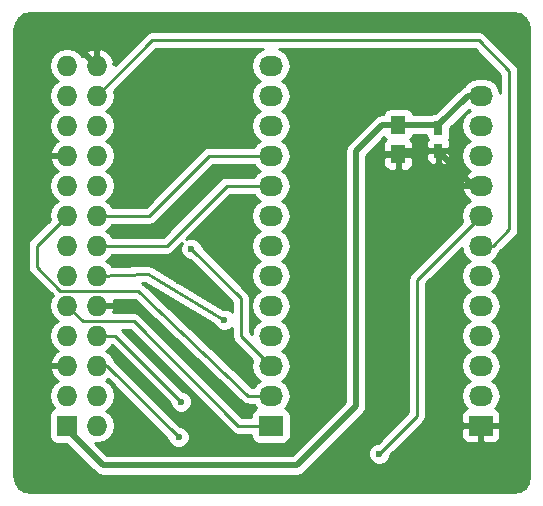
<source format=gbl>
G04 #@! TF.FileFunction,Copper,L2,Bot,Signal*
%FSLAX46Y46*%
G04 Gerber Fmt 4.6, Leading zero omitted, Abs format (unit mm)*
G04 Created by KiCad (PCBNEW 4.0.1-stable) date Mon 21 Dec 2015 12:25:30 PM CST*
%MOMM*%
G01*
G04 APERTURE LIST*
%ADD10C,0.100000*%
%ADD11R,1.250000X1.500000*%
%ADD12R,0.750000X1.200000*%
%ADD13R,1.727200X1.727200*%
%ADD14O,1.727200X1.727200*%
%ADD15R,2.032000X1.727200*%
%ADD16O,2.032000X1.727200*%
%ADD17C,0.600000*%
%ADD18C,0.500000*%
%ADD19C,0.250000*%
%ADD20C,0.254000*%
G04 APERTURE END LIST*
D10*
D11*
X133200000Y-110150000D03*
X133200000Y-112650000D03*
D12*
X136600000Y-110450000D03*
X136600000Y-112350000D03*
D13*
X105156000Y-135636000D03*
D14*
X107696000Y-135636000D03*
X105156000Y-133096000D03*
X107696000Y-133096000D03*
X105156000Y-130556000D03*
X107696000Y-130556000D03*
X105156000Y-128016000D03*
X107696000Y-128016000D03*
X105156000Y-125476000D03*
X107696000Y-125476000D03*
X105156000Y-122936000D03*
X107696000Y-122936000D03*
X105156000Y-120396000D03*
X107696000Y-120396000D03*
X105156000Y-117856000D03*
X107696000Y-117856000D03*
X105156000Y-115316000D03*
X107696000Y-115316000D03*
X105156000Y-112776000D03*
X107696000Y-112776000D03*
X105156000Y-110236000D03*
X107696000Y-110236000D03*
X105156000Y-107696000D03*
X107696000Y-107696000D03*
X105156000Y-105156000D03*
X107696000Y-105156000D03*
D15*
X122428000Y-135636000D03*
D16*
X122428000Y-133096000D03*
X122428000Y-130556000D03*
X122428000Y-128016000D03*
X122428000Y-125476000D03*
X122428000Y-122936000D03*
X122428000Y-120396000D03*
X122428000Y-117856000D03*
X122428000Y-115316000D03*
X122428000Y-112776000D03*
X122428000Y-110236000D03*
X122428000Y-107696000D03*
X122428000Y-105156000D03*
D15*
X140208000Y-135636000D03*
D16*
X140208000Y-133096000D03*
X140208000Y-130556000D03*
X140208000Y-128016000D03*
X140208000Y-125476000D03*
X140208000Y-122936000D03*
X140208000Y-120396000D03*
X140208000Y-117856000D03*
X140208000Y-115316000D03*
X140208000Y-112776000D03*
X140208000Y-110236000D03*
X140208000Y-107696000D03*
D17*
X132400000Y-129400000D03*
X136600000Y-129400000D03*
X135950000Y-137750000D03*
X136600000Y-123200000D03*
X110200000Y-115200000D03*
X118800000Y-125400000D03*
X114400000Y-125600000D03*
X118830000Y-129620000D03*
X114600000Y-123400000D03*
X126600000Y-109600000D03*
X126600000Y-116200000D03*
X115600000Y-116280000D03*
X112522000Y-119126000D03*
X119500000Y-121700000D03*
X119500000Y-118800000D03*
X126610000Y-125430000D03*
X126610000Y-122030000D03*
X126640000Y-125430000D03*
X126610000Y-130990000D03*
X126640000Y-131060000D03*
X125310000Y-136090000D03*
X133120000Y-119020000D03*
X112130000Y-136820000D03*
X112100000Y-112500000D03*
X115560000Y-109690000D03*
X116010000Y-130300000D03*
X103250000Y-118260000D03*
X131100000Y-112925000D03*
X114600000Y-136600000D03*
X131600000Y-138000000D03*
X114800000Y-133600000D03*
X118475000Y-126675000D03*
X115700000Y-120675000D03*
D18*
X136600000Y-110450000D02*
X136600000Y-110200000D01*
X136600000Y-110200000D02*
X139104000Y-107696000D01*
X139104000Y-107696000D02*
X140208000Y-107696000D01*
X133200000Y-110150000D02*
X136300000Y-110150000D01*
X136300000Y-110150000D02*
X136600000Y-110450000D01*
X105156000Y-135636000D02*
X105156000Y-135956000D01*
X105156000Y-135956000D02*
X108200000Y-139000000D01*
X108200000Y-139000000D02*
X124600000Y-139000000D01*
X124600000Y-139000000D02*
X129600000Y-134000000D01*
X129600000Y-134000000D02*
X129600000Y-112400000D01*
X129600000Y-112400000D02*
X131850000Y-110150000D01*
X131850000Y-110150000D02*
X133200000Y-110150000D01*
X133120000Y-119020000D02*
X133120000Y-128680000D01*
X133120000Y-128680000D02*
X132400000Y-129400000D01*
X136600000Y-123200000D02*
X136600000Y-129400000D01*
X136600000Y-137100000D02*
X135950000Y-137750000D01*
X136600000Y-129400000D02*
X136600000Y-137100000D01*
X112100000Y-112500000D02*
X112100000Y-112690000D01*
X112100000Y-112690000D02*
X110200000Y-115200000D01*
X118800000Y-125400000D02*
X118400000Y-125400000D01*
X114400000Y-125760000D02*
X114400000Y-125600000D01*
X118830000Y-129620000D02*
X114400000Y-125760000D01*
X116400000Y-123400000D02*
X114600000Y-123400000D01*
X118400000Y-125400000D02*
X116400000Y-123400000D01*
X126610000Y-116210000D02*
X126600000Y-116200000D01*
X126610000Y-122030000D02*
X126610000Y-116210000D01*
X115600000Y-116280000D02*
X115368000Y-116280000D01*
X115368000Y-116280000D02*
X112522000Y-119126000D01*
X119500000Y-119800000D02*
X119500000Y-121700000D01*
X119500000Y-118800000D02*
X119500000Y-119800000D01*
X126610000Y-122030000D02*
X126610000Y-125430000D01*
X126640000Y-125430000D02*
X126610000Y-125460000D01*
X126610000Y-125460000D02*
X126610000Y-130990000D01*
X126640000Y-131060000D02*
X125310000Y-132390000D01*
X125310000Y-132390000D02*
X125310000Y-136090000D01*
X131100000Y-112925000D02*
X131100000Y-117000000D01*
X131100000Y-117000000D02*
X133120000Y-119020000D01*
X112130000Y-136930000D02*
X112130000Y-136890000D01*
X112130000Y-136890000D02*
X112130000Y-136820000D01*
X112140000Y-112500000D02*
X112100000Y-112500000D01*
X115560000Y-109690000D02*
X112140000Y-112500000D01*
X105156000Y-112776000D02*
X103516000Y-112776000D01*
X103516000Y-112776000D02*
X102910000Y-112170000D01*
X107696000Y-125476000D02*
X111186000Y-125476000D01*
X111186000Y-125476000D02*
X116010000Y-130300000D01*
X103250000Y-118260000D02*
X102910000Y-117920000D01*
X102910000Y-117920000D02*
X102910000Y-112170000D01*
X102910000Y-112170000D02*
X102910000Y-104120000D01*
X102910000Y-104120000D02*
X104050000Y-102980000D01*
X104050000Y-102980000D02*
X105520000Y-102980000D01*
X105520000Y-102980000D02*
X107696000Y-105156000D01*
X131100000Y-112925000D02*
X131375000Y-112650000D01*
X131375000Y-112650000D02*
X133200000Y-112650000D01*
X136600000Y-112350000D02*
X133500000Y-112350000D01*
X133500000Y-112350000D02*
X133200000Y-112650000D01*
X140208000Y-115316000D02*
X139566000Y-115316000D01*
X139566000Y-115316000D02*
X136600000Y-112350000D01*
D19*
X107696000Y-130556000D02*
X108556000Y-130556000D01*
X108556000Y-130556000D02*
X114600000Y-136600000D01*
X131600000Y-138000000D02*
X134800000Y-134800000D01*
X134800000Y-134800000D02*
X134800000Y-123264000D01*
X134800000Y-123264000D02*
X140208000Y-117856000D01*
X107696000Y-128016000D02*
X109216000Y-128016000D01*
X109216000Y-128016000D02*
X114800000Y-133600000D01*
X122428000Y-135636000D02*
X119636000Y-135636000D01*
X106480000Y-126800000D02*
X105156000Y-125476000D01*
X110800000Y-126800000D02*
X106480000Y-126800000D01*
X119636000Y-135636000D02*
X110800000Y-126800000D01*
X112000000Y-122800000D02*
X107696000Y-122936000D01*
X118475000Y-126675000D02*
X112000000Y-122800000D01*
X122428000Y-115316000D02*
X118684000Y-115316000D01*
X113604000Y-120396000D02*
X107696000Y-120396000D01*
X118684000Y-115316000D02*
X113604000Y-120396000D01*
X122428000Y-133096000D02*
X120496000Y-133096000D01*
X102600000Y-120412000D02*
X105156000Y-117856000D01*
X102600000Y-122200000D02*
X102600000Y-120412000D01*
X104600000Y-124200000D02*
X102600000Y-122200000D01*
X111200000Y-124275000D02*
X104600000Y-124200000D01*
X120496000Y-133096000D02*
X111200000Y-124275000D01*
X122428000Y-112776000D02*
X117224000Y-112776000D01*
X112144000Y-117856000D02*
X107696000Y-117856000D01*
X117224000Y-112776000D02*
X112144000Y-117856000D01*
X115700000Y-120675000D02*
X119875000Y-124850000D01*
X119875000Y-124850000D02*
X119875000Y-128003000D01*
X119875000Y-128003000D02*
X122428000Y-130556000D01*
X140208000Y-120396000D02*
X141204000Y-120396000D01*
X141204000Y-120396000D02*
X142600000Y-119000000D01*
X142600000Y-119000000D02*
X142600000Y-105600000D01*
X142600000Y-105600000D02*
X140000000Y-103000000D01*
X140000000Y-103000000D02*
X112392000Y-103000000D01*
X112392000Y-103000000D02*
X107696000Y-107696000D01*
D20*
G36*
X143488338Y-100821046D02*
X143902333Y-101097669D01*
X144178953Y-101511660D01*
X144290000Y-102069931D01*
X144290000Y-139930069D01*
X144178953Y-140488340D01*
X143902333Y-140902331D01*
X143488338Y-141178954D01*
X142930069Y-141290000D01*
X102069931Y-141290000D01*
X101511660Y-141178953D01*
X101097669Y-140902333D01*
X100821046Y-140488338D01*
X100710000Y-139930069D01*
X100710000Y-120412000D01*
X101840000Y-120412000D01*
X101840000Y-122200000D01*
X101897852Y-122490839D01*
X102062599Y-122737401D01*
X103936617Y-124611419D01*
X103742115Y-124902511D01*
X103628041Y-125476000D01*
X103742115Y-126049489D01*
X104066971Y-126535670D01*
X104381752Y-126746000D01*
X104066971Y-126956330D01*
X103742115Y-127442511D01*
X103628041Y-128016000D01*
X103742115Y-128589489D01*
X104066971Y-129075670D01*
X104390228Y-129291664D01*
X104267510Y-129349179D01*
X103873312Y-129781053D01*
X103701042Y-130196974D01*
X103822183Y-130429000D01*
X105029000Y-130429000D01*
X105029000Y-130409000D01*
X105283000Y-130409000D01*
X105283000Y-130429000D01*
X105303000Y-130429000D01*
X105303000Y-130683000D01*
X105283000Y-130683000D01*
X105283000Y-130703000D01*
X105029000Y-130703000D01*
X105029000Y-130683000D01*
X103822183Y-130683000D01*
X103701042Y-130915026D01*
X103873312Y-131330947D01*
X104267510Y-131762821D01*
X104390228Y-131820336D01*
X104066971Y-132036330D01*
X103742115Y-132522511D01*
X103628041Y-133096000D01*
X103742115Y-133669489D01*
X104066971Y-134155670D01*
X104080642Y-134164805D01*
X104057083Y-134169238D01*
X103840959Y-134308310D01*
X103695969Y-134520510D01*
X103644960Y-134772400D01*
X103644960Y-136499600D01*
X103689238Y-136734917D01*
X103828310Y-136951041D01*
X104040510Y-137096031D01*
X104292400Y-137147040D01*
X105095460Y-137147040D01*
X107574208Y-139625787D01*
X107574210Y-139625790D01*
X107861325Y-139817633D01*
X108200000Y-139885001D01*
X108200005Y-139885000D01*
X124599995Y-139885000D01*
X124600000Y-139885001D01*
X124882484Y-139828810D01*
X124938675Y-139817633D01*
X125225790Y-139625790D01*
X125225791Y-139625789D01*
X130225787Y-134625792D01*
X130225790Y-134625790D01*
X130417633Y-134338675D01*
X130432766Y-134262599D01*
X130485001Y-134000000D01*
X130485000Y-133999995D01*
X130485000Y-112935750D01*
X131940000Y-112935750D01*
X131940000Y-113526309D01*
X132036673Y-113759698D01*
X132215301Y-113938327D01*
X132448690Y-114035000D01*
X132914250Y-114035000D01*
X133073000Y-113876250D01*
X133073000Y-112777000D01*
X133327000Y-112777000D01*
X133327000Y-113876250D01*
X133485750Y-114035000D01*
X133951310Y-114035000D01*
X134184699Y-113938327D01*
X134363327Y-113759698D01*
X134460000Y-113526309D01*
X134460000Y-112935750D01*
X134301250Y-112777000D01*
X133327000Y-112777000D01*
X133073000Y-112777000D01*
X132098750Y-112777000D01*
X131940000Y-112935750D01*
X130485000Y-112935750D01*
X130485000Y-112766580D01*
X130615829Y-112635750D01*
X135590000Y-112635750D01*
X135590000Y-113076309D01*
X135686673Y-113309698D01*
X135865301Y-113488327D01*
X136098690Y-113585000D01*
X136314250Y-113585000D01*
X136473000Y-113426250D01*
X136473000Y-112477000D01*
X136727000Y-112477000D01*
X136727000Y-113426250D01*
X136885750Y-113585000D01*
X137101310Y-113585000D01*
X137334699Y-113488327D01*
X137513327Y-113309698D01*
X137610000Y-113076309D01*
X137610000Y-112635750D01*
X137451250Y-112477000D01*
X136727000Y-112477000D01*
X136473000Y-112477000D01*
X135748750Y-112477000D01*
X135590000Y-112635750D01*
X130615829Y-112635750D01*
X132028385Y-111223194D01*
X132110910Y-111351441D01*
X132179006Y-111397969D01*
X132036673Y-111540302D01*
X131940000Y-111773691D01*
X131940000Y-112364250D01*
X132098750Y-112523000D01*
X133073000Y-112523000D01*
X133073000Y-112503000D01*
X133327000Y-112503000D01*
X133327000Y-112523000D01*
X134301250Y-112523000D01*
X134460000Y-112364250D01*
X134460000Y-111773691D01*
X134363327Y-111540302D01*
X134222090Y-111399064D01*
X134276441Y-111364090D01*
X134421431Y-111151890D01*
X134445102Y-111035000D01*
X135577560Y-111035000D01*
X135577560Y-111050000D01*
X135621838Y-111285317D01*
X135688329Y-111388646D01*
X135686673Y-111390302D01*
X135590000Y-111623691D01*
X135590000Y-112064250D01*
X135748750Y-112223000D01*
X136473000Y-112223000D01*
X136473000Y-112203000D01*
X136727000Y-112203000D01*
X136727000Y-112223000D01*
X137451250Y-112223000D01*
X137610000Y-112064250D01*
X137610000Y-111623691D01*
X137513327Y-111390302D01*
X137511957Y-111388932D01*
X137571431Y-111301890D01*
X137622440Y-111050000D01*
X137622440Y-110429140D01*
X139162799Y-108888780D01*
X139278366Y-108966000D01*
X138963585Y-109176330D01*
X138638729Y-109662511D01*
X138524655Y-110236000D01*
X138638729Y-110809489D01*
X138963585Y-111295670D01*
X139278366Y-111506000D01*
X138963585Y-111716330D01*
X138638729Y-112202511D01*
X138524655Y-112776000D01*
X138638729Y-113349489D01*
X138963585Y-113835670D01*
X139273069Y-114042461D01*
X138857268Y-114413964D01*
X138603291Y-114941209D01*
X138600642Y-114956974D01*
X138721783Y-115189000D01*
X140081000Y-115189000D01*
X140081000Y-115169000D01*
X140335000Y-115169000D01*
X140335000Y-115189000D01*
X140355000Y-115189000D01*
X140355000Y-115443000D01*
X140335000Y-115443000D01*
X140335000Y-115463000D01*
X140081000Y-115463000D01*
X140081000Y-115443000D01*
X138721783Y-115443000D01*
X138600642Y-115675026D01*
X138603291Y-115690791D01*
X138857268Y-116218036D01*
X139273069Y-116589539D01*
X138963585Y-116796330D01*
X138638729Y-117282511D01*
X138524655Y-117856000D01*
X138625619Y-118363579D01*
X134262599Y-122726599D01*
X134097852Y-122973161D01*
X134040000Y-123264000D01*
X134040000Y-134485198D01*
X131460320Y-137064878D01*
X131414833Y-137064838D01*
X131071057Y-137206883D01*
X130807808Y-137469673D01*
X130665162Y-137813201D01*
X130664838Y-138185167D01*
X130806883Y-138528943D01*
X131069673Y-138792192D01*
X131413201Y-138934838D01*
X131785167Y-138935162D01*
X132128943Y-138793117D01*
X132392192Y-138530327D01*
X132534838Y-138186799D01*
X132534879Y-138139923D01*
X134753052Y-135921750D01*
X138557000Y-135921750D01*
X138557000Y-136625910D01*
X138653673Y-136859299D01*
X138832302Y-137037927D01*
X139065691Y-137134600D01*
X139922250Y-137134600D01*
X140081000Y-136975850D01*
X140081000Y-135763000D01*
X140335000Y-135763000D01*
X140335000Y-136975850D01*
X140493750Y-137134600D01*
X141350309Y-137134600D01*
X141583698Y-137037927D01*
X141762327Y-136859299D01*
X141859000Y-136625910D01*
X141859000Y-135921750D01*
X141700250Y-135763000D01*
X140335000Y-135763000D01*
X140081000Y-135763000D01*
X138715750Y-135763000D01*
X138557000Y-135921750D01*
X134753052Y-135921750D01*
X135337401Y-135337401D01*
X135502148Y-135090840D01*
X135560000Y-134800000D01*
X135560000Y-123578802D01*
X138560848Y-120577954D01*
X138638729Y-120969489D01*
X138963585Y-121455670D01*
X139278366Y-121666000D01*
X138963585Y-121876330D01*
X138638729Y-122362511D01*
X138524655Y-122936000D01*
X138638729Y-123509489D01*
X138963585Y-123995670D01*
X139278366Y-124206000D01*
X138963585Y-124416330D01*
X138638729Y-124902511D01*
X138524655Y-125476000D01*
X138638729Y-126049489D01*
X138963585Y-126535670D01*
X139278366Y-126746000D01*
X138963585Y-126956330D01*
X138638729Y-127442511D01*
X138524655Y-128016000D01*
X138638729Y-128589489D01*
X138963585Y-129075670D01*
X139278366Y-129286000D01*
X138963585Y-129496330D01*
X138638729Y-129982511D01*
X138524655Y-130556000D01*
X138638729Y-131129489D01*
X138963585Y-131615670D01*
X139278366Y-131826000D01*
X138963585Y-132036330D01*
X138638729Y-132522511D01*
X138524655Y-133096000D01*
X138638729Y-133669489D01*
X138963585Y-134155670D01*
X138985780Y-134170500D01*
X138832302Y-134234073D01*
X138653673Y-134412701D01*
X138557000Y-134646090D01*
X138557000Y-135350250D01*
X138715750Y-135509000D01*
X140081000Y-135509000D01*
X140081000Y-135489000D01*
X140335000Y-135489000D01*
X140335000Y-135509000D01*
X141700250Y-135509000D01*
X141859000Y-135350250D01*
X141859000Y-134646090D01*
X141762327Y-134412701D01*
X141583698Y-134234073D01*
X141430220Y-134170500D01*
X141452415Y-134155670D01*
X141777271Y-133669489D01*
X141891345Y-133096000D01*
X141777271Y-132522511D01*
X141452415Y-132036330D01*
X141137634Y-131826000D01*
X141452415Y-131615670D01*
X141777271Y-131129489D01*
X141891345Y-130556000D01*
X141777271Y-129982511D01*
X141452415Y-129496330D01*
X141137634Y-129286000D01*
X141452415Y-129075670D01*
X141777271Y-128589489D01*
X141891345Y-128016000D01*
X141777271Y-127442511D01*
X141452415Y-126956330D01*
X141137634Y-126746000D01*
X141452415Y-126535670D01*
X141777271Y-126049489D01*
X141891345Y-125476000D01*
X141777271Y-124902511D01*
X141452415Y-124416330D01*
X141137634Y-124206000D01*
X141452415Y-123995670D01*
X141777271Y-123509489D01*
X141891345Y-122936000D01*
X141777271Y-122362511D01*
X141452415Y-121876330D01*
X141137634Y-121666000D01*
X141452415Y-121455670D01*
X141777271Y-120969489D01*
X141795138Y-120879664D01*
X143137401Y-119537401D01*
X143302148Y-119290839D01*
X143360000Y-119000000D01*
X143360000Y-105600000D01*
X143302148Y-105309160D01*
X143137401Y-105062599D01*
X140537401Y-102462599D01*
X140290839Y-102297852D01*
X140000000Y-102240000D01*
X112392000Y-102240000D01*
X112101161Y-102297852D01*
X111854599Y-102462599D01*
X109194600Y-105122598D01*
X109194600Y-105028998D01*
X109029818Y-105028998D01*
X109150958Y-104796974D01*
X108978688Y-104381053D01*
X108584490Y-103949179D01*
X108055027Y-103701032D01*
X107823000Y-103821531D01*
X107823000Y-105029000D01*
X107843000Y-105029000D01*
X107843000Y-105283000D01*
X107823000Y-105283000D01*
X107823000Y-105303000D01*
X107569000Y-105303000D01*
X107569000Y-105283000D01*
X107549000Y-105283000D01*
X107549000Y-105029000D01*
X107569000Y-105029000D01*
X107569000Y-103821531D01*
X107336973Y-103701032D01*
X106807510Y-103949179D01*
X106425992Y-104367161D01*
X106245029Y-104096330D01*
X105758848Y-103771474D01*
X105185359Y-103657400D01*
X105126641Y-103657400D01*
X104553152Y-103771474D01*
X104066971Y-104096330D01*
X103742115Y-104582511D01*
X103628041Y-105156000D01*
X103742115Y-105729489D01*
X104066971Y-106215670D01*
X104381752Y-106426000D01*
X104066971Y-106636330D01*
X103742115Y-107122511D01*
X103628041Y-107696000D01*
X103742115Y-108269489D01*
X104066971Y-108755670D01*
X104381752Y-108966000D01*
X104066971Y-109176330D01*
X103742115Y-109662511D01*
X103628041Y-110236000D01*
X103742115Y-110809489D01*
X104066971Y-111295670D01*
X104390228Y-111511664D01*
X104267510Y-111569179D01*
X103873312Y-112001053D01*
X103701042Y-112416974D01*
X103822183Y-112649000D01*
X105029000Y-112649000D01*
X105029000Y-112629000D01*
X105283000Y-112629000D01*
X105283000Y-112649000D01*
X105303000Y-112649000D01*
X105303000Y-112903000D01*
X105283000Y-112903000D01*
X105283000Y-112923000D01*
X105029000Y-112923000D01*
X105029000Y-112903000D01*
X103822183Y-112903000D01*
X103701042Y-113135026D01*
X103873312Y-113550947D01*
X104267510Y-113982821D01*
X104390228Y-114040336D01*
X104066971Y-114256330D01*
X103742115Y-114742511D01*
X103628041Y-115316000D01*
X103742115Y-115889489D01*
X104066971Y-116375670D01*
X104381752Y-116586000D01*
X104066971Y-116796330D01*
X103742115Y-117282511D01*
X103628041Y-117856000D01*
X103703225Y-118233973D01*
X102062599Y-119874599D01*
X101897852Y-120121161D01*
X101840000Y-120412000D01*
X100710000Y-120412000D01*
X100710000Y-102069931D01*
X100821046Y-101511662D01*
X101097669Y-101097667D01*
X101511660Y-100821047D01*
X102069931Y-100710000D01*
X142930069Y-100710000D01*
X143488338Y-100821046D01*
X143488338Y-100821046D01*
G37*
X143488338Y-100821046D02*
X143902333Y-101097669D01*
X144178953Y-101511660D01*
X144290000Y-102069931D01*
X144290000Y-139930069D01*
X144178953Y-140488340D01*
X143902333Y-140902331D01*
X143488338Y-141178954D01*
X142930069Y-141290000D01*
X102069931Y-141290000D01*
X101511660Y-141178953D01*
X101097669Y-140902333D01*
X100821046Y-140488338D01*
X100710000Y-139930069D01*
X100710000Y-120412000D01*
X101840000Y-120412000D01*
X101840000Y-122200000D01*
X101897852Y-122490839D01*
X102062599Y-122737401D01*
X103936617Y-124611419D01*
X103742115Y-124902511D01*
X103628041Y-125476000D01*
X103742115Y-126049489D01*
X104066971Y-126535670D01*
X104381752Y-126746000D01*
X104066971Y-126956330D01*
X103742115Y-127442511D01*
X103628041Y-128016000D01*
X103742115Y-128589489D01*
X104066971Y-129075670D01*
X104390228Y-129291664D01*
X104267510Y-129349179D01*
X103873312Y-129781053D01*
X103701042Y-130196974D01*
X103822183Y-130429000D01*
X105029000Y-130429000D01*
X105029000Y-130409000D01*
X105283000Y-130409000D01*
X105283000Y-130429000D01*
X105303000Y-130429000D01*
X105303000Y-130683000D01*
X105283000Y-130683000D01*
X105283000Y-130703000D01*
X105029000Y-130703000D01*
X105029000Y-130683000D01*
X103822183Y-130683000D01*
X103701042Y-130915026D01*
X103873312Y-131330947D01*
X104267510Y-131762821D01*
X104390228Y-131820336D01*
X104066971Y-132036330D01*
X103742115Y-132522511D01*
X103628041Y-133096000D01*
X103742115Y-133669489D01*
X104066971Y-134155670D01*
X104080642Y-134164805D01*
X104057083Y-134169238D01*
X103840959Y-134308310D01*
X103695969Y-134520510D01*
X103644960Y-134772400D01*
X103644960Y-136499600D01*
X103689238Y-136734917D01*
X103828310Y-136951041D01*
X104040510Y-137096031D01*
X104292400Y-137147040D01*
X105095460Y-137147040D01*
X107574208Y-139625787D01*
X107574210Y-139625790D01*
X107861325Y-139817633D01*
X108200000Y-139885001D01*
X108200005Y-139885000D01*
X124599995Y-139885000D01*
X124600000Y-139885001D01*
X124882484Y-139828810D01*
X124938675Y-139817633D01*
X125225790Y-139625790D01*
X125225791Y-139625789D01*
X130225787Y-134625792D01*
X130225790Y-134625790D01*
X130417633Y-134338675D01*
X130432766Y-134262599D01*
X130485001Y-134000000D01*
X130485000Y-133999995D01*
X130485000Y-112935750D01*
X131940000Y-112935750D01*
X131940000Y-113526309D01*
X132036673Y-113759698D01*
X132215301Y-113938327D01*
X132448690Y-114035000D01*
X132914250Y-114035000D01*
X133073000Y-113876250D01*
X133073000Y-112777000D01*
X133327000Y-112777000D01*
X133327000Y-113876250D01*
X133485750Y-114035000D01*
X133951310Y-114035000D01*
X134184699Y-113938327D01*
X134363327Y-113759698D01*
X134460000Y-113526309D01*
X134460000Y-112935750D01*
X134301250Y-112777000D01*
X133327000Y-112777000D01*
X133073000Y-112777000D01*
X132098750Y-112777000D01*
X131940000Y-112935750D01*
X130485000Y-112935750D01*
X130485000Y-112766580D01*
X130615829Y-112635750D01*
X135590000Y-112635750D01*
X135590000Y-113076309D01*
X135686673Y-113309698D01*
X135865301Y-113488327D01*
X136098690Y-113585000D01*
X136314250Y-113585000D01*
X136473000Y-113426250D01*
X136473000Y-112477000D01*
X136727000Y-112477000D01*
X136727000Y-113426250D01*
X136885750Y-113585000D01*
X137101310Y-113585000D01*
X137334699Y-113488327D01*
X137513327Y-113309698D01*
X137610000Y-113076309D01*
X137610000Y-112635750D01*
X137451250Y-112477000D01*
X136727000Y-112477000D01*
X136473000Y-112477000D01*
X135748750Y-112477000D01*
X135590000Y-112635750D01*
X130615829Y-112635750D01*
X132028385Y-111223194D01*
X132110910Y-111351441D01*
X132179006Y-111397969D01*
X132036673Y-111540302D01*
X131940000Y-111773691D01*
X131940000Y-112364250D01*
X132098750Y-112523000D01*
X133073000Y-112523000D01*
X133073000Y-112503000D01*
X133327000Y-112503000D01*
X133327000Y-112523000D01*
X134301250Y-112523000D01*
X134460000Y-112364250D01*
X134460000Y-111773691D01*
X134363327Y-111540302D01*
X134222090Y-111399064D01*
X134276441Y-111364090D01*
X134421431Y-111151890D01*
X134445102Y-111035000D01*
X135577560Y-111035000D01*
X135577560Y-111050000D01*
X135621838Y-111285317D01*
X135688329Y-111388646D01*
X135686673Y-111390302D01*
X135590000Y-111623691D01*
X135590000Y-112064250D01*
X135748750Y-112223000D01*
X136473000Y-112223000D01*
X136473000Y-112203000D01*
X136727000Y-112203000D01*
X136727000Y-112223000D01*
X137451250Y-112223000D01*
X137610000Y-112064250D01*
X137610000Y-111623691D01*
X137513327Y-111390302D01*
X137511957Y-111388932D01*
X137571431Y-111301890D01*
X137622440Y-111050000D01*
X137622440Y-110429140D01*
X139162799Y-108888780D01*
X139278366Y-108966000D01*
X138963585Y-109176330D01*
X138638729Y-109662511D01*
X138524655Y-110236000D01*
X138638729Y-110809489D01*
X138963585Y-111295670D01*
X139278366Y-111506000D01*
X138963585Y-111716330D01*
X138638729Y-112202511D01*
X138524655Y-112776000D01*
X138638729Y-113349489D01*
X138963585Y-113835670D01*
X139273069Y-114042461D01*
X138857268Y-114413964D01*
X138603291Y-114941209D01*
X138600642Y-114956974D01*
X138721783Y-115189000D01*
X140081000Y-115189000D01*
X140081000Y-115169000D01*
X140335000Y-115169000D01*
X140335000Y-115189000D01*
X140355000Y-115189000D01*
X140355000Y-115443000D01*
X140335000Y-115443000D01*
X140335000Y-115463000D01*
X140081000Y-115463000D01*
X140081000Y-115443000D01*
X138721783Y-115443000D01*
X138600642Y-115675026D01*
X138603291Y-115690791D01*
X138857268Y-116218036D01*
X139273069Y-116589539D01*
X138963585Y-116796330D01*
X138638729Y-117282511D01*
X138524655Y-117856000D01*
X138625619Y-118363579D01*
X134262599Y-122726599D01*
X134097852Y-122973161D01*
X134040000Y-123264000D01*
X134040000Y-134485198D01*
X131460320Y-137064878D01*
X131414833Y-137064838D01*
X131071057Y-137206883D01*
X130807808Y-137469673D01*
X130665162Y-137813201D01*
X130664838Y-138185167D01*
X130806883Y-138528943D01*
X131069673Y-138792192D01*
X131413201Y-138934838D01*
X131785167Y-138935162D01*
X132128943Y-138793117D01*
X132392192Y-138530327D01*
X132534838Y-138186799D01*
X132534879Y-138139923D01*
X134753052Y-135921750D01*
X138557000Y-135921750D01*
X138557000Y-136625910D01*
X138653673Y-136859299D01*
X138832302Y-137037927D01*
X139065691Y-137134600D01*
X139922250Y-137134600D01*
X140081000Y-136975850D01*
X140081000Y-135763000D01*
X140335000Y-135763000D01*
X140335000Y-136975850D01*
X140493750Y-137134600D01*
X141350309Y-137134600D01*
X141583698Y-137037927D01*
X141762327Y-136859299D01*
X141859000Y-136625910D01*
X141859000Y-135921750D01*
X141700250Y-135763000D01*
X140335000Y-135763000D01*
X140081000Y-135763000D01*
X138715750Y-135763000D01*
X138557000Y-135921750D01*
X134753052Y-135921750D01*
X135337401Y-135337401D01*
X135502148Y-135090840D01*
X135560000Y-134800000D01*
X135560000Y-123578802D01*
X138560848Y-120577954D01*
X138638729Y-120969489D01*
X138963585Y-121455670D01*
X139278366Y-121666000D01*
X138963585Y-121876330D01*
X138638729Y-122362511D01*
X138524655Y-122936000D01*
X138638729Y-123509489D01*
X138963585Y-123995670D01*
X139278366Y-124206000D01*
X138963585Y-124416330D01*
X138638729Y-124902511D01*
X138524655Y-125476000D01*
X138638729Y-126049489D01*
X138963585Y-126535670D01*
X139278366Y-126746000D01*
X138963585Y-126956330D01*
X138638729Y-127442511D01*
X138524655Y-128016000D01*
X138638729Y-128589489D01*
X138963585Y-129075670D01*
X139278366Y-129286000D01*
X138963585Y-129496330D01*
X138638729Y-129982511D01*
X138524655Y-130556000D01*
X138638729Y-131129489D01*
X138963585Y-131615670D01*
X139278366Y-131826000D01*
X138963585Y-132036330D01*
X138638729Y-132522511D01*
X138524655Y-133096000D01*
X138638729Y-133669489D01*
X138963585Y-134155670D01*
X138985780Y-134170500D01*
X138832302Y-134234073D01*
X138653673Y-134412701D01*
X138557000Y-134646090D01*
X138557000Y-135350250D01*
X138715750Y-135509000D01*
X140081000Y-135509000D01*
X140081000Y-135489000D01*
X140335000Y-135489000D01*
X140335000Y-135509000D01*
X141700250Y-135509000D01*
X141859000Y-135350250D01*
X141859000Y-134646090D01*
X141762327Y-134412701D01*
X141583698Y-134234073D01*
X141430220Y-134170500D01*
X141452415Y-134155670D01*
X141777271Y-133669489D01*
X141891345Y-133096000D01*
X141777271Y-132522511D01*
X141452415Y-132036330D01*
X141137634Y-131826000D01*
X141452415Y-131615670D01*
X141777271Y-131129489D01*
X141891345Y-130556000D01*
X141777271Y-129982511D01*
X141452415Y-129496330D01*
X141137634Y-129286000D01*
X141452415Y-129075670D01*
X141777271Y-128589489D01*
X141891345Y-128016000D01*
X141777271Y-127442511D01*
X141452415Y-126956330D01*
X141137634Y-126746000D01*
X141452415Y-126535670D01*
X141777271Y-126049489D01*
X141891345Y-125476000D01*
X141777271Y-124902511D01*
X141452415Y-124416330D01*
X141137634Y-124206000D01*
X141452415Y-123995670D01*
X141777271Y-123509489D01*
X141891345Y-122936000D01*
X141777271Y-122362511D01*
X141452415Y-121876330D01*
X141137634Y-121666000D01*
X141452415Y-121455670D01*
X141777271Y-120969489D01*
X141795138Y-120879664D01*
X143137401Y-119537401D01*
X143302148Y-119290839D01*
X143360000Y-119000000D01*
X143360000Y-105600000D01*
X143302148Y-105309160D01*
X143137401Y-105062599D01*
X140537401Y-102462599D01*
X140290839Y-102297852D01*
X140000000Y-102240000D01*
X112392000Y-102240000D01*
X112101161Y-102297852D01*
X111854599Y-102462599D01*
X109194600Y-105122598D01*
X109194600Y-105028998D01*
X109029818Y-105028998D01*
X109150958Y-104796974D01*
X108978688Y-104381053D01*
X108584490Y-103949179D01*
X108055027Y-103701032D01*
X107823000Y-103821531D01*
X107823000Y-105029000D01*
X107843000Y-105029000D01*
X107843000Y-105283000D01*
X107823000Y-105283000D01*
X107823000Y-105303000D01*
X107569000Y-105303000D01*
X107569000Y-105283000D01*
X107549000Y-105283000D01*
X107549000Y-105029000D01*
X107569000Y-105029000D01*
X107569000Y-103821531D01*
X107336973Y-103701032D01*
X106807510Y-103949179D01*
X106425992Y-104367161D01*
X106245029Y-104096330D01*
X105758848Y-103771474D01*
X105185359Y-103657400D01*
X105126641Y-103657400D01*
X104553152Y-103771474D01*
X104066971Y-104096330D01*
X103742115Y-104582511D01*
X103628041Y-105156000D01*
X103742115Y-105729489D01*
X104066971Y-106215670D01*
X104381752Y-106426000D01*
X104066971Y-106636330D01*
X103742115Y-107122511D01*
X103628041Y-107696000D01*
X103742115Y-108269489D01*
X104066971Y-108755670D01*
X104381752Y-108966000D01*
X104066971Y-109176330D01*
X103742115Y-109662511D01*
X103628041Y-110236000D01*
X103742115Y-110809489D01*
X104066971Y-111295670D01*
X104390228Y-111511664D01*
X104267510Y-111569179D01*
X103873312Y-112001053D01*
X103701042Y-112416974D01*
X103822183Y-112649000D01*
X105029000Y-112649000D01*
X105029000Y-112629000D01*
X105283000Y-112629000D01*
X105283000Y-112649000D01*
X105303000Y-112649000D01*
X105303000Y-112903000D01*
X105283000Y-112903000D01*
X105283000Y-112923000D01*
X105029000Y-112923000D01*
X105029000Y-112903000D01*
X103822183Y-112903000D01*
X103701042Y-113135026D01*
X103873312Y-113550947D01*
X104267510Y-113982821D01*
X104390228Y-114040336D01*
X104066971Y-114256330D01*
X103742115Y-114742511D01*
X103628041Y-115316000D01*
X103742115Y-115889489D01*
X104066971Y-116375670D01*
X104381752Y-116586000D01*
X104066971Y-116796330D01*
X103742115Y-117282511D01*
X103628041Y-117856000D01*
X103703225Y-118233973D01*
X102062599Y-119874599D01*
X101897852Y-120121161D01*
X101840000Y-120412000D01*
X100710000Y-120412000D01*
X100710000Y-102069931D01*
X100821046Y-101511662D01*
X101097669Y-101097667D01*
X101511660Y-100821047D01*
X102069931Y-100710000D01*
X142930069Y-100710000D01*
X143488338Y-100821046D01*
G36*
X141840000Y-105914802D02*
X141840000Y-107437871D01*
X141777271Y-107122511D01*
X141452415Y-106636330D01*
X140966234Y-106311474D01*
X140392745Y-106197400D01*
X140023255Y-106197400D01*
X139449766Y-106311474D01*
X138963585Y-106636330D01*
X138807461Y-106869986D01*
X138765325Y-106878367D01*
X138478210Y-107070210D01*
X138478208Y-107070213D01*
X136345860Y-109202560D01*
X136225000Y-109202560D01*
X135989683Y-109246838D01*
X135961458Y-109265000D01*
X134447038Y-109265000D01*
X134428162Y-109164683D01*
X134289090Y-108948559D01*
X134076890Y-108803569D01*
X133825000Y-108752560D01*
X132575000Y-108752560D01*
X132339683Y-108796838D01*
X132123559Y-108935910D01*
X131978569Y-109148110D01*
X131954898Y-109265000D01*
X131850005Y-109265000D01*
X131850000Y-109264999D01*
X131511326Y-109332366D01*
X131511324Y-109332367D01*
X131511325Y-109332367D01*
X131224210Y-109524210D01*
X131224208Y-109524213D01*
X128974210Y-111774210D01*
X128782367Y-112061325D01*
X128782367Y-112061326D01*
X128714999Y-112400000D01*
X128715000Y-112400005D01*
X128715000Y-133633421D01*
X124233420Y-138115000D01*
X108566579Y-138115000D01*
X107566201Y-137114621D01*
X107666641Y-137134600D01*
X107725359Y-137134600D01*
X108298848Y-137020526D01*
X108785029Y-136695670D01*
X109109885Y-136209489D01*
X109223959Y-135636000D01*
X109109885Y-135062511D01*
X108785029Y-134576330D01*
X108470248Y-134366000D01*
X108785029Y-134155670D01*
X109109885Y-133669489D01*
X109223959Y-133096000D01*
X109109885Y-132522511D01*
X108785029Y-132036330D01*
X108470248Y-131826000D01*
X108638665Y-131713467D01*
X113664878Y-136739680D01*
X113664838Y-136785167D01*
X113806883Y-137128943D01*
X114069673Y-137392192D01*
X114413201Y-137534838D01*
X114785167Y-137535162D01*
X115128943Y-137393117D01*
X115392192Y-137130327D01*
X115534838Y-136786799D01*
X115535162Y-136414833D01*
X115393117Y-136071057D01*
X115130327Y-135807808D01*
X114786799Y-135665162D01*
X114739923Y-135665121D01*
X109122939Y-130048137D01*
X109109885Y-129982511D01*
X108785029Y-129496330D01*
X108470248Y-129286000D01*
X108785029Y-129075670D01*
X108951591Y-128826393D01*
X113864878Y-133739680D01*
X113864838Y-133785167D01*
X114006883Y-134128943D01*
X114269673Y-134392192D01*
X114613201Y-134534838D01*
X114985167Y-134535162D01*
X115328943Y-134393117D01*
X115592192Y-134130327D01*
X115734838Y-133786799D01*
X115735162Y-133414833D01*
X115593117Y-133071057D01*
X115330327Y-132807808D01*
X114986799Y-132665162D01*
X114939923Y-132665121D01*
X109834802Y-127560000D01*
X110485198Y-127560000D01*
X119098599Y-136173401D01*
X119345161Y-136338148D01*
X119636000Y-136396000D01*
X120764560Y-136396000D01*
X120764560Y-136499600D01*
X120808838Y-136734917D01*
X120947910Y-136951041D01*
X121160110Y-137096031D01*
X121412000Y-137147040D01*
X123444000Y-137147040D01*
X123679317Y-137102762D01*
X123895441Y-136963690D01*
X124040431Y-136751490D01*
X124091440Y-136499600D01*
X124091440Y-134772400D01*
X124047162Y-134537083D01*
X123908090Y-134320959D01*
X123695890Y-134175969D01*
X123654561Y-134167600D01*
X123672415Y-134155670D01*
X123997271Y-133669489D01*
X124111345Y-133096000D01*
X123997271Y-132522511D01*
X123672415Y-132036330D01*
X123357634Y-131826000D01*
X123672415Y-131615670D01*
X123997271Y-131129489D01*
X124111345Y-130556000D01*
X123997271Y-129982511D01*
X123672415Y-129496330D01*
X123357634Y-129286000D01*
X123672415Y-129075670D01*
X123997271Y-128589489D01*
X124111345Y-128016000D01*
X123997271Y-127442511D01*
X123672415Y-126956330D01*
X123357634Y-126746000D01*
X123672415Y-126535670D01*
X123997271Y-126049489D01*
X124111345Y-125476000D01*
X123997271Y-124902511D01*
X123672415Y-124416330D01*
X123357634Y-124206000D01*
X123672415Y-123995670D01*
X123997271Y-123509489D01*
X124111345Y-122936000D01*
X123997271Y-122362511D01*
X123672415Y-121876330D01*
X123357634Y-121666000D01*
X123672415Y-121455670D01*
X123997271Y-120969489D01*
X124111345Y-120396000D01*
X123997271Y-119822511D01*
X123672415Y-119336330D01*
X123357634Y-119126000D01*
X123672415Y-118915670D01*
X123997271Y-118429489D01*
X124111345Y-117856000D01*
X123997271Y-117282511D01*
X123672415Y-116796330D01*
X123357634Y-116586000D01*
X123672415Y-116375670D01*
X123997271Y-115889489D01*
X124111345Y-115316000D01*
X123997271Y-114742511D01*
X123672415Y-114256330D01*
X123357634Y-114046000D01*
X123672415Y-113835670D01*
X123997271Y-113349489D01*
X124111345Y-112776000D01*
X123997271Y-112202511D01*
X123672415Y-111716330D01*
X123357634Y-111506000D01*
X123672415Y-111295670D01*
X123997271Y-110809489D01*
X124111345Y-110236000D01*
X123997271Y-109662511D01*
X123672415Y-109176330D01*
X123357634Y-108966000D01*
X123672415Y-108755670D01*
X123997271Y-108269489D01*
X124111345Y-107696000D01*
X123997271Y-107122511D01*
X123672415Y-106636330D01*
X123357634Y-106426000D01*
X123672415Y-106215670D01*
X123997271Y-105729489D01*
X124111345Y-105156000D01*
X123997271Y-104582511D01*
X123672415Y-104096330D01*
X123186234Y-103771474D01*
X123128550Y-103760000D01*
X139685198Y-103760000D01*
X141840000Y-105914802D01*
X141840000Y-105914802D01*
G37*
X141840000Y-105914802D02*
X141840000Y-107437871D01*
X141777271Y-107122511D01*
X141452415Y-106636330D01*
X140966234Y-106311474D01*
X140392745Y-106197400D01*
X140023255Y-106197400D01*
X139449766Y-106311474D01*
X138963585Y-106636330D01*
X138807461Y-106869986D01*
X138765325Y-106878367D01*
X138478210Y-107070210D01*
X138478208Y-107070213D01*
X136345860Y-109202560D01*
X136225000Y-109202560D01*
X135989683Y-109246838D01*
X135961458Y-109265000D01*
X134447038Y-109265000D01*
X134428162Y-109164683D01*
X134289090Y-108948559D01*
X134076890Y-108803569D01*
X133825000Y-108752560D01*
X132575000Y-108752560D01*
X132339683Y-108796838D01*
X132123559Y-108935910D01*
X131978569Y-109148110D01*
X131954898Y-109265000D01*
X131850005Y-109265000D01*
X131850000Y-109264999D01*
X131511326Y-109332366D01*
X131511324Y-109332367D01*
X131511325Y-109332367D01*
X131224210Y-109524210D01*
X131224208Y-109524213D01*
X128974210Y-111774210D01*
X128782367Y-112061325D01*
X128782367Y-112061326D01*
X128714999Y-112400000D01*
X128715000Y-112400005D01*
X128715000Y-133633421D01*
X124233420Y-138115000D01*
X108566579Y-138115000D01*
X107566201Y-137114621D01*
X107666641Y-137134600D01*
X107725359Y-137134600D01*
X108298848Y-137020526D01*
X108785029Y-136695670D01*
X109109885Y-136209489D01*
X109223959Y-135636000D01*
X109109885Y-135062511D01*
X108785029Y-134576330D01*
X108470248Y-134366000D01*
X108785029Y-134155670D01*
X109109885Y-133669489D01*
X109223959Y-133096000D01*
X109109885Y-132522511D01*
X108785029Y-132036330D01*
X108470248Y-131826000D01*
X108638665Y-131713467D01*
X113664878Y-136739680D01*
X113664838Y-136785167D01*
X113806883Y-137128943D01*
X114069673Y-137392192D01*
X114413201Y-137534838D01*
X114785167Y-137535162D01*
X115128943Y-137393117D01*
X115392192Y-137130327D01*
X115534838Y-136786799D01*
X115535162Y-136414833D01*
X115393117Y-136071057D01*
X115130327Y-135807808D01*
X114786799Y-135665162D01*
X114739923Y-135665121D01*
X109122939Y-130048137D01*
X109109885Y-129982511D01*
X108785029Y-129496330D01*
X108470248Y-129286000D01*
X108785029Y-129075670D01*
X108951591Y-128826393D01*
X113864878Y-133739680D01*
X113864838Y-133785167D01*
X114006883Y-134128943D01*
X114269673Y-134392192D01*
X114613201Y-134534838D01*
X114985167Y-134535162D01*
X115328943Y-134393117D01*
X115592192Y-134130327D01*
X115734838Y-133786799D01*
X115735162Y-133414833D01*
X115593117Y-133071057D01*
X115330327Y-132807808D01*
X114986799Y-132665162D01*
X114939923Y-132665121D01*
X109834802Y-127560000D01*
X110485198Y-127560000D01*
X119098599Y-136173401D01*
X119345161Y-136338148D01*
X119636000Y-136396000D01*
X120764560Y-136396000D01*
X120764560Y-136499600D01*
X120808838Y-136734917D01*
X120947910Y-136951041D01*
X121160110Y-137096031D01*
X121412000Y-137147040D01*
X123444000Y-137147040D01*
X123679317Y-137102762D01*
X123895441Y-136963690D01*
X124040431Y-136751490D01*
X124091440Y-136499600D01*
X124091440Y-134772400D01*
X124047162Y-134537083D01*
X123908090Y-134320959D01*
X123695890Y-134175969D01*
X123654561Y-134167600D01*
X123672415Y-134155670D01*
X123997271Y-133669489D01*
X124111345Y-133096000D01*
X123997271Y-132522511D01*
X123672415Y-132036330D01*
X123357634Y-131826000D01*
X123672415Y-131615670D01*
X123997271Y-131129489D01*
X124111345Y-130556000D01*
X123997271Y-129982511D01*
X123672415Y-129496330D01*
X123357634Y-129286000D01*
X123672415Y-129075670D01*
X123997271Y-128589489D01*
X124111345Y-128016000D01*
X123997271Y-127442511D01*
X123672415Y-126956330D01*
X123357634Y-126746000D01*
X123672415Y-126535670D01*
X123997271Y-126049489D01*
X124111345Y-125476000D01*
X123997271Y-124902511D01*
X123672415Y-124416330D01*
X123357634Y-124206000D01*
X123672415Y-123995670D01*
X123997271Y-123509489D01*
X124111345Y-122936000D01*
X123997271Y-122362511D01*
X123672415Y-121876330D01*
X123357634Y-121666000D01*
X123672415Y-121455670D01*
X123997271Y-120969489D01*
X124111345Y-120396000D01*
X123997271Y-119822511D01*
X123672415Y-119336330D01*
X123357634Y-119126000D01*
X123672415Y-118915670D01*
X123997271Y-118429489D01*
X124111345Y-117856000D01*
X123997271Y-117282511D01*
X123672415Y-116796330D01*
X123357634Y-116586000D01*
X123672415Y-116375670D01*
X123997271Y-115889489D01*
X124111345Y-115316000D01*
X123997271Y-114742511D01*
X123672415Y-114256330D01*
X123357634Y-114046000D01*
X123672415Y-113835670D01*
X123997271Y-113349489D01*
X124111345Y-112776000D01*
X123997271Y-112202511D01*
X123672415Y-111716330D01*
X123357634Y-111506000D01*
X123672415Y-111295670D01*
X123997271Y-110809489D01*
X124111345Y-110236000D01*
X123997271Y-109662511D01*
X123672415Y-109176330D01*
X123357634Y-108966000D01*
X123672415Y-108755670D01*
X123997271Y-108269489D01*
X124111345Y-107696000D01*
X123997271Y-107122511D01*
X123672415Y-106636330D01*
X123357634Y-106426000D01*
X123672415Y-106215670D01*
X123997271Y-105729489D01*
X124111345Y-105156000D01*
X123997271Y-104582511D01*
X123672415Y-104096330D01*
X123186234Y-103771474D01*
X123128550Y-103760000D01*
X139685198Y-103760000D01*
X141840000Y-105914802D01*
G36*
X110893182Y-125031563D02*
X119972869Y-133647302D01*
X120090001Y-133721201D01*
X120205161Y-133798148D01*
X120215098Y-133800125D01*
X120223664Y-133805529D01*
X120360152Y-133828978D01*
X120496000Y-133856000D01*
X120983352Y-133856000D01*
X121183585Y-134155670D01*
X121197913Y-134165243D01*
X121176683Y-134169238D01*
X120960559Y-134308310D01*
X120815569Y-134520510D01*
X120764560Y-134772400D01*
X120764560Y-134876000D01*
X119950802Y-134876000D01*
X111337401Y-126262599D01*
X111090839Y-126097852D01*
X110800000Y-126040000D01*
X109066060Y-126040000D01*
X109150958Y-125835026D01*
X109029817Y-125603000D01*
X107823000Y-125603000D01*
X107823000Y-125623000D01*
X107569000Y-125623000D01*
X107569000Y-125603000D01*
X107549000Y-125603000D01*
X107549000Y-125349000D01*
X107569000Y-125349000D01*
X107569000Y-125329000D01*
X107823000Y-125329000D01*
X107823000Y-125349000D01*
X109029817Y-125349000D01*
X109150958Y-125116974D01*
X109107175Y-125011267D01*
X110893182Y-125031563D01*
X110893182Y-125031563D01*
G37*
X110893182Y-125031563D02*
X119972869Y-133647302D01*
X120090001Y-133721201D01*
X120205161Y-133798148D01*
X120215098Y-133800125D01*
X120223664Y-133805529D01*
X120360152Y-133828978D01*
X120496000Y-133856000D01*
X120983352Y-133856000D01*
X121183585Y-134155670D01*
X121197913Y-134165243D01*
X121176683Y-134169238D01*
X120960559Y-134308310D01*
X120815569Y-134520510D01*
X120764560Y-134772400D01*
X120764560Y-134876000D01*
X119950802Y-134876000D01*
X111337401Y-126262599D01*
X111090839Y-126097852D01*
X110800000Y-126040000D01*
X109066060Y-126040000D01*
X109150958Y-125835026D01*
X109029817Y-125603000D01*
X107823000Y-125603000D01*
X107823000Y-125623000D01*
X107569000Y-125623000D01*
X107569000Y-125603000D01*
X107549000Y-125603000D01*
X107549000Y-125349000D01*
X107569000Y-125349000D01*
X107569000Y-125329000D01*
X107823000Y-125329000D01*
X107823000Y-125349000D01*
X109029817Y-125349000D01*
X109150958Y-125116974D01*
X109107175Y-125011267D01*
X110893182Y-125031563D01*
G36*
X117617172Y-127047330D02*
X117681883Y-127203943D01*
X117944673Y-127467192D01*
X118288201Y-127609838D01*
X118660167Y-127610162D01*
X119003943Y-127468117D01*
X119115000Y-127357254D01*
X119115000Y-128003000D01*
X119172852Y-128293839D01*
X119337599Y-128540401D01*
X120845619Y-130048421D01*
X120744655Y-130556000D01*
X120858729Y-131129489D01*
X121183585Y-131615670D01*
X121498366Y-131826000D01*
X121183585Y-132036330D01*
X120983352Y-132336000D01*
X120799195Y-132336000D01*
X111723132Y-123723698D01*
X111609574Y-123652054D01*
X111498819Y-123576216D01*
X111801093Y-123566665D01*
X117617172Y-127047330D01*
X117617172Y-127047330D01*
G37*
X117617172Y-127047330D02*
X117681883Y-127203943D01*
X117944673Y-127467192D01*
X118288201Y-127609838D01*
X118660167Y-127610162D01*
X119003943Y-127468117D01*
X119115000Y-127357254D01*
X119115000Y-128003000D01*
X119172852Y-128293839D01*
X119337599Y-128540401D01*
X120845619Y-130048421D01*
X120744655Y-130556000D01*
X120858729Y-131129489D01*
X121183585Y-131615670D01*
X121498366Y-131826000D01*
X121183585Y-132036330D01*
X120983352Y-132336000D01*
X120799195Y-132336000D01*
X111723132Y-123723698D01*
X111609574Y-123652054D01*
X111498819Y-123576216D01*
X111801093Y-123566665D01*
X117617172Y-127047330D01*
G36*
X121183585Y-116375670D02*
X121498366Y-116586000D01*
X121183585Y-116796330D01*
X120858729Y-117282511D01*
X120744655Y-117856000D01*
X120858729Y-118429489D01*
X121183585Y-118915670D01*
X121498366Y-119126000D01*
X121183585Y-119336330D01*
X120858729Y-119822511D01*
X120744655Y-120396000D01*
X120858729Y-120969489D01*
X121183585Y-121455670D01*
X121498366Y-121666000D01*
X121183585Y-121876330D01*
X120858729Y-122362511D01*
X120744655Y-122936000D01*
X120858729Y-123509489D01*
X121183585Y-123995670D01*
X121498366Y-124206000D01*
X121183585Y-124416330D01*
X120858729Y-124902511D01*
X120744655Y-125476000D01*
X120858729Y-126049489D01*
X121183585Y-126535670D01*
X121498366Y-126746000D01*
X121183585Y-126956330D01*
X120858729Y-127442511D01*
X120780848Y-127834046D01*
X120635000Y-127688198D01*
X120635000Y-124850000D01*
X120577148Y-124559161D01*
X120412401Y-124312599D01*
X116635122Y-120535320D01*
X116635162Y-120489833D01*
X116493117Y-120146057D01*
X116230327Y-119882808D01*
X115886799Y-119740162D01*
X115514833Y-119739838D01*
X115208313Y-119866489D01*
X118998802Y-116076000D01*
X120983352Y-116076000D01*
X121183585Y-116375670D01*
X121183585Y-116375670D01*
G37*
X121183585Y-116375670D02*
X121498366Y-116586000D01*
X121183585Y-116796330D01*
X120858729Y-117282511D01*
X120744655Y-117856000D01*
X120858729Y-118429489D01*
X121183585Y-118915670D01*
X121498366Y-119126000D01*
X121183585Y-119336330D01*
X120858729Y-119822511D01*
X120744655Y-120396000D01*
X120858729Y-120969489D01*
X121183585Y-121455670D01*
X121498366Y-121666000D01*
X121183585Y-121876330D01*
X120858729Y-122362511D01*
X120744655Y-122936000D01*
X120858729Y-123509489D01*
X121183585Y-123995670D01*
X121498366Y-124206000D01*
X121183585Y-124416330D01*
X120858729Y-124902511D01*
X120744655Y-125476000D01*
X120858729Y-126049489D01*
X121183585Y-126535670D01*
X121498366Y-126746000D01*
X121183585Y-126956330D01*
X120858729Y-127442511D01*
X120780848Y-127834046D01*
X120635000Y-127688198D01*
X120635000Y-124850000D01*
X120577148Y-124559161D01*
X120412401Y-124312599D01*
X116635122Y-120535320D01*
X116635162Y-120489833D01*
X116493117Y-120146057D01*
X116230327Y-119882808D01*
X115886799Y-119740162D01*
X115514833Y-119739838D01*
X115208313Y-119866489D01*
X118998802Y-116076000D01*
X120983352Y-116076000D01*
X121183585Y-116375670D01*
G36*
X114765162Y-120488201D02*
X114764838Y-120860167D01*
X114906883Y-121203943D01*
X115169673Y-121467192D01*
X115513201Y-121609838D01*
X115560077Y-121609879D01*
X119115000Y-125164802D01*
X119115000Y-125992673D01*
X119005327Y-125882808D01*
X118661799Y-125740162D01*
X118392502Y-125739927D01*
X112390276Y-122147861D01*
X112326225Y-122124993D01*
X112268518Y-122089017D01*
X112187938Y-122075619D01*
X112111005Y-122048151D01*
X112043085Y-122051534D01*
X111975997Y-122040379D01*
X108958356Y-122135732D01*
X108785029Y-121876330D01*
X108470248Y-121666000D01*
X108785029Y-121455670D01*
X108985262Y-121156000D01*
X113604000Y-121156000D01*
X113894839Y-121098148D01*
X114141401Y-120933401D01*
X114891958Y-120182844D01*
X114765162Y-120488201D01*
X114765162Y-120488201D01*
G37*
X114765162Y-120488201D02*
X114764838Y-120860167D01*
X114906883Y-121203943D01*
X115169673Y-121467192D01*
X115513201Y-121609838D01*
X115560077Y-121609879D01*
X119115000Y-125164802D01*
X119115000Y-125992673D01*
X119005327Y-125882808D01*
X118661799Y-125740162D01*
X118392502Y-125739927D01*
X112390276Y-122147861D01*
X112326225Y-122124993D01*
X112268518Y-122089017D01*
X112187938Y-122075619D01*
X112111005Y-122048151D01*
X112043085Y-122051534D01*
X111975997Y-122040379D01*
X108958356Y-122135732D01*
X108785029Y-121876330D01*
X108470248Y-121666000D01*
X108785029Y-121455670D01*
X108985262Y-121156000D01*
X113604000Y-121156000D01*
X113894839Y-121098148D01*
X114141401Y-120933401D01*
X114891958Y-120182844D01*
X114765162Y-120488201D01*
G36*
X105283000Y-120269000D02*
X105303000Y-120269000D01*
X105303000Y-120523000D01*
X105283000Y-120523000D01*
X105283000Y-120543000D01*
X105029000Y-120543000D01*
X105029000Y-120523000D01*
X105009000Y-120523000D01*
X105009000Y-120269000D01*
X105029000Y-120269000D01*
X105029000Y-120249000D01*
X105283000Y-120249000D01*
X105283000Y-120269000D01*
X105283000Y-120269000D01*
G37*
X105283000Y-120269000D02*
X105303000Y-120269000D01*
X105303000Y-120523000D01*
X105283000Y-120523000D01*
X105283000Y-120543000D01*
X105029000Y-120543000D01*
X105029000Y-120523000D01*
X105009000Y-120523000D01*
X105009000Y-120269000D01*
X105029000Y-120269000D01*
X105029000Y-120249000D01*
X105283000Y-120249000D01*
X105283000Y-120269000D01*
G36*
X121183585Y-113835670D02*
X121498366Y-114046000D01*
X121183585Y-114256330D01*
X120983352Y-114556000D01*
X118684000Y-114556000D01*
X118393161Y-114613852D01*
X118146599Y-114778599D01*
X113289198Y-119636000D01*
X108985262Y-119636000D01*
X108785029Y-119336330D01*
X108470248Y-119126000D01*
X108785029Y-118915670D01*
X108985262Y-118616000D01*
X112144000Y-118616000D01*
X112434839Y-118558148D01*
X112681401Y-118393401D01*
X117538802Y-113536000D01*
X120983352Y-113536000D01*
X121183585Y-113835670D01*
X121183585Y-113835670D01*
G37*
X121183585Y-113835670D02*
X121498366Y-114046000D01*
X121183585Y-114256330D01*
X120983352Y-114556000D01*
X118684000Y-114556000D01*
X118393161Y-114613852D01*
X118146599Y-114778599D01*
X113289198Y-119636000D01*
X108985262Y-119636000D01*
X108785029Y-119336330D01*
X108470248Y-119126000D01*
X108785029Y-118915670D01*
X108985262Y-118616000D01*
X112144000Y-118616000D01*
X112434839Y-118558148D01*
X112681401Y-118393401D01*
X117538802Y-113536000D01*
X120983352Y-113536000D01*
X121183585Y-113835670D01*
G36*
X121669766Y-103771474D02*
X121183585Y-104096330D01*
X120858729Y-104582511D01*
X120744655Y-105156000D01*
X120858729Y-105729489D01*
X121183585Y-106215670D01*
X121498366Y-106426000D01*
X121183585Y-106636330D01*
X120858729Y-107122511D01*
X120744655Y-107696000D01*
X120858729Y-108269489D01*
X121183585Y-108755670D01*
X121498366Y-108966000D01*
X121183585Y-109176330D01*
X120858729Y-109662511D01*
X120744655Y-110236000D01*
X120858729Y-110809489D01*
X121183585Y-111295670D01*
X121498366Y-111506000D01*
X121183585Y-111716330D01*
X120983352Y-112016000D01*
X117224000Y-112016000D01*
X116933161Y-112073852D01*
X116686599Y-112238599D01*
X111829198Y-117096000D01*
X108985262Y-117096000D01*
X108785029Y-116796330D01*
X108470248Y-116586000D01*
X108785029Y-116375670D01*
X109109885Y-115889489D01*
X109223959Y-115316000D01*
X109109885Y-114742511D01*
X108785029Y-114256330D01*
X108470248Y-114046000D01*
X108785029Y-113835670D01*
X109109885Y-113349489D01*
X109223959Y-112776000D01*
X109109885Y-112202511D01*
X108785029Y-111716330D01*
X108470248Y-111506000D01*
X108785029Y-111295670D01*
X109109885Y-110809489D01*
X109223959Y-110236000D01*
X109109885Y-109662511D01*
X108785029Y-109176330D01*
X108470248Y-108966000D01*
X108785029Y-108755670D01*
X109109885Y-108269489D01*
X109223959Y-107696000D01*
X109148775Y-107318027D01*
X112706802Y-103760000D01*
X121727450Y-103760000D01*
X121669766Y-103771474D01*
X121669766Y-103771474D01*
G37*
X121669766Y-103771474D02*
X121183585Y-104096330D01*
X120858729Y-104582511D01*
X120744655Y-105156000D01*
X120858729Y-105729489D01*
X121183585Y-106215670D01*
X121498366Y-106426000D01*
X121183585Y-106636330D01*
X120858729Y-107122511D01*
X120744655Y-107696000D01*
X120858729Y-108269489D01*
X121183585Y-108755670D01*
X121498366Y-108966000D01*
X121183585Y-109176330D01*
X120858729Y-109662511D01*
X120744655Y-110236000D01*
X120858729Y-110809489D01*
X121183585Y-111295670D01*
X121498366Y-111506000D01*
X121183585Y-111716330D01*
X120983352Y-112016000D01*
X117224000Y-112016000D01*
X116933161Y-112073852D01*
X116686599Y-112238599D01*
X111829198Y-117096000D01*
X108985262Y-117096000D01*
X108785029Y-116796330D01*
X108470248Y-116586000D01*
X108785029Y-116375670D01*
X109109885Y-115889489D01*
X109223959Y-115316000D01*
X109109885Y-114742511D01*
X108785029Y-114256330D01*
X108470248Y-114046000D01*
X108785029Y-113835670D01*
X109109885Y-113349489D01*
X109223959Y-112776000D01*
X109109885Y-112202511D01*
X108785029Y-111716330D01*
X108470248Y-111506000D01*
X108785029Y-111295670D01*
X109109885Y-110809489D01*
X109223959Y-110236000D01*
X109109885Y-109662511D01*
X108785029Y-109176330D01*
X108470248Y-108966000D01*
X108785029Y-108755670D01*
X109109885Y-108269489D01*
X109223959Y-107696000D01*
X109148775Y-107318027D01*
X112706802Y-103760000D01*
X121727450Y-103760000D01*
X121669766Y-103771474D01*
M02*

</source>
